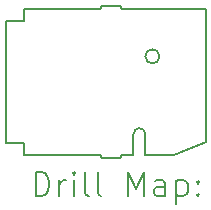
<source format=gbr>
%TF.GenerationSoftware,KiCad,Pcbnew,8.0.9-8.0.9-0~ubuntu22.04.1*%
%TF.CreationDate,2025-06-17T17:41:43-06:00*%
%TF.ProjectId,dongle,646f6e67-6c65-42e6-9b69-6361645f7063,rev?*%
%TF.SameCoordinates,Original*%
%TF.FileFunction,Drillmap*%
%TF.FilePolarity,Positive*%
%FSLAX45Y45*%
G04 Gerber Fmt 4.5, Leading zero omitted, Abs format (unit mm)*
G04 Created by KiCad (PCBNEW 8.0.9-8.0.9-0~ubuntu22.04.1) date 2025-06-17 17:41:43*
%MOMM*%
%LPD*%
G01*
G04 APERTURE LIST*
%ADD10C,0.150000*%
%ADD11C,0.200000*%
G04 APERTURE END LIST*
D10*
X14987500Y-8840000D02*
X14837500Y-8840000D01*
X15105000Y-9925000D02*
X15105000Y-10105000D01*
X14837500Y-10130000D02*
X14987500Y-10130000D01*
X14820000Y-8865000D02*
X14175000Y-8865000D01*
X14175000Y-10105000D02*
X14175000Y-10005000D01*
X14175000Y-10005000D02*
X14025000Y-10005000D01*
X15445000Y-10105000D02*
X15715000Y-9995000D01*
X15715000Y-8865000D02*
X15715000Y-9995000D01*
X15005000Y-8865000D02*
X14987500Y-8840000D01*
X15105000Y-8865000D02*
X15005001Y-8864999D01*
X15005000Y-10105000D02*
X15105000Y-10105000D01*
X14025000Y-8965000D02*
X14025000Y-10005000D01*
X14820000Y-10105000D02*
X14837500Y-10130000D01*
X14767500Y-10105000D02*
X14820000Y-10105000D01*
X14987500Y-10130000D02*
X15005000Y-10105000D01*
X15205000Y-9925000D02*
X15205000Y-10105000D01*
X15445000Y-10105000D02*
X15205000Y-10105000D01*
X14175000Y-8865000D02*
X14175000Y-8965000D01*
X14175000Y-8965000D02*
X14025000Y-8965000D01*
X15325000Y-9267500D02*
G75*
G02*
X15205000Y-9267500I-60000J0D01*
G01*
X15205000Y-9267500D02*
G75*
G02*
X15325000Y-9267500I60000J0D01*
G01*
X14837500Y-8840000D02*
X14820000Y-8865000D01*
X14175000Y-10105000D02*
X14767500Y-10105000D01*
X15715000Y-8865000D02*
X15105000Y-8865000D01*
X15105000Y-9925000D02*
G75*
G02*
X15205000Y-9925000I50000J0D01*
G01*
D11*
X14278277Y-10448984D02*
X14278277Y-10248984D01*
X14278277Y-10248984D02*
X14325896Y-10248984D01*
X14325896Y-10248984D02*
X14354467Y-10258508D01*
X14354467Y-10258508D02*
X14373515Y-10277555D01*
X14373515Y-10277555D02*
X14383039Y-10296603D01*
X14383039Y-10296603D02*
X14392562Y-10334698D01*
X14392562Y-10334698D02*
X14392562Y-10363270D01*
X14392562Y-10363270D02*
X14383039Y-10401365D01*
X14383039Y-10401365D02*
X14373515Y-10420412D01*
X14373515Y-10420412D02*
X14354467Y-10439460D01*
X14354467Y-10439460D02*
X14325896Y-10448984D01*
X14325896Y-10448984D02*
X14278277Y-10448984D01*
X14478277Y-10448984D02*
X14478277Y-10315650D01*
X14478277Y-10353746D02*
X14487801Y-10334698D01*
X14487801Y-10334698D02*
X14497324Y-10325174D01*
X14497324Y-10325174D02*
X14516372Y-10315650D01*
X14516372Y-10315650D02*
X14535420Y-10315650D01*
X14602086Y-10448984D02*
X14602086Y-10315650D01*
X14602086Y-10248984D02*
X14592562Y-10258508D01*
X14592562Y-10258508D02*
X14602086Y-10268031D01*
X14602086Y-10268031D02*
X14611610Y-10258508D01*
X14611610Y-10258508D02*
X14602086Y-10248984D01*
X14602086Y-10248984D02*
X14602086Y-10268031D01*
X14725896Y-10448984D02*
X14706848Y-10439460D01*
X14706848Y-10439460D02*
X14697324Y-10420412D01*
X14697324Y-10420412D02*
X14697324Y-10248984D01*
X14830658Y-10448984D02*
X14811610Y-10439460D01*
X14811610Y-10439460D02*
X14802086Y-10420412D01*
X14802086Y-10420412D02*
X14802086Y-10248984D01*
X15059229Y-10448984D02*
X15059229Y-10248984D01*
X15059229Y-10248984D02*
X15125896Y-10391841D01*
X15125896Y-10391841D02*
X15192562Y-10248984D01*
X15192562Y-10248984D02*
X15192562Y-10448984D01*
X15373515Y-10448984D02*
X15373515Y-10344222D01*
X15373515Y-10344222D02*
X15363991Y-10325174D01*
X15363991Y-10325174D02*
X15344943Y-10315650D01*
X15344943Y-10315650D02*
X15306848Y-10315650D01*
X15306848Y-10315650D02*
X15287801Y-10325174D01*
X15373515Y-10439460D02*
X15354467Y-10448984D01*
X15354467Y-10448984D02*
X15306848Y-10448984D01*
X15306848Y-10448984D02*
X15287801Y-10439460D01*
X15287801Y-10439460D02*
X15278277Y-10420412D01*
X15278277Y-10420412D02*
X15278277Y-10401365D01*
X15278277Y-10401365D02*
X15287801Y-10382317D01*
X15287801Y-10382317D02*
X15306848Y-10372793D01*
X15306848Y-10372793D02*
X15354467Y-10372793D01*
X15354467Y-10372793D02*
X15373515Y-10363270D01*
X15468753Y-10315650D02*
X15468753Y-10515650D01*
X15468753Y-10325174D02*
X15487801Y-10315650D01*
X15487801Y-10315650D02*
X15525896Y-10315650D01*
X15525896Y-10315650D02*
X15544943Y-10325174D01*
X15544943Y-10325174D02*
X15554467Y-10334698D01*
X15554467Y-10334698D02*
X15563991Y-10353746D01*
X15563991Y-10353746D02*
X15563991Y-10410889D01*
X15563991Y-10410889D02*
X15554467Y-10429936D01*
X15554467Y-10429936D02*
X15544943Y-10439460D01*
X15544943Y-10439460D02*
X15525896Y-10448984D01*
X15525896Y-10448984D02*
X15487801Y-10448984D01*
X15487801Y-10448984D02*
X15468753Y-10439460D01*
X15649705Y-10429936D02*
X15659229Y-10439460D01*
X15659229Y-10439460D02*
X15649705Y-10448984D01*
X15649705Y-10448984D02*
X15640182Y-10439460D01*
X15640182Y-10439460D02*
X15649705Y-10429936D01*
X15649705Y-10429936D02*
X15649705Y-10448984D01*
X15649705Y-10325174D02*
X15659229Y-10334698D01*
X15659229Y-10334698D02*
X15649705Y-10344222D01*
X15649705Y-10344222D02*
X15640182Y-10334698D01*
X15640182Y-10334698D02*
X15649705Y-10325174D01*
X15649705Y-10325174D02*
X15649705Y-10344222D01*
M02*

</source>
